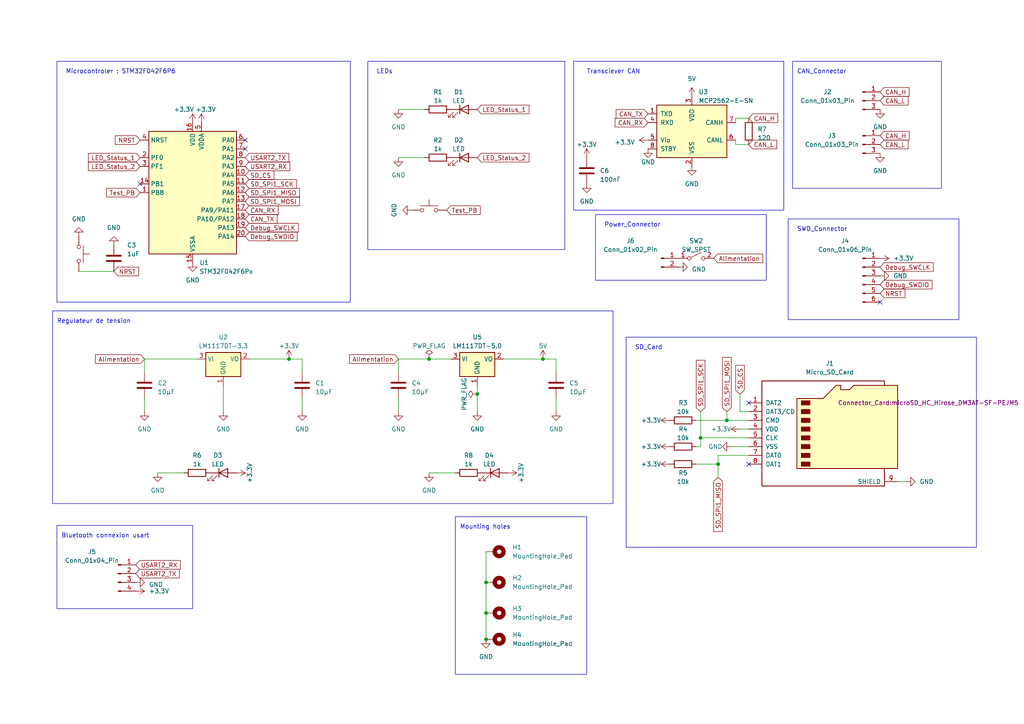
<source format=kicad_sch>
(kicad_sch (version 20250114) (generator "eeschema") (generator_version "9.0")
  (paper "A4")
  (title_block (title "Datalogger_Projet1A") (date "2026-02-11") (rev "1.0") (company "ENSEA"))
  (lib_symbols
    (symbol "Connector:Conn_01x02_Pin" (pin_names (offset 1.016) (hide yes))
      (property "Reference" "J" (at 0 2.54 0))
      (property "Value" "Conn_01x02_Pin" (at 0 -5.08 0))
      (symbol "Conn_01x02_Pin_1_1"
        (rectangle (start 0.8636 0.127) (end 0 -0.127) (stroke (width 0.1524)) (fill (type outline)))
        (rectangle (start 0.8636 -2.413) (end 0 -2.667) (stroke (width 0.1524)) (fill (type outline)))
        (polyline (pts (xy 1.27 0) (xy 0.8636 0)) (stroke (width 0.1524)))
        (polyline (pts (xy 1.27 -2.54) (xy 0.8636 -2.54)) (stroke (width 0.1524)))
        (pin passive line (at 5.08 0 180) (length 3.81) (name "Pin_1") (number "1"))
        (pin passive line (at 5.08 -2.54 180) (length 3.81) (name "Pin_2") (number "2"))
      )
    )
    (symbol "Connector:Conn_01x03_Pin" (pin_names (offset 1.016) (hide yes))
      (property "Reference" "J" (at 0 5.08 0))
      (property "Value" "Conn_01x03_Pin" (at 0 -5.08 0))
      (symbol "Conn_01x03_Pin_1_1"
        (rectangle (start 0.8636 2.667) (end 0 2.413) (stroke (width 0.1524)) (fill (type outline)))
        (rectangle (start 0.8636 0.127) (end 0 -0.127) (stroke (width 0.1524)) (fill (type outline)))
        (rectangle (start 0.8636 -2.413) (end 0 -2.667) (stroke (width 0.1524)) (fill (type outline)))
        (polyline (pts (xy 1.27 2.54) (xy 0.8636 2.54)) (stroke (width 0.1524)))
        (polyline (pts (xy 1.27 0) (xy 0.8636 0)) (stroke (width 0.1524)))
        (polyline (pts (xy 1.27 -2.54) (xy 0.8636 -2.54)) (stroke (width 0.1524)))
        (pin passive line (at 5.08 2.54 180) (length 3.81) (name "Pin_1") (number "1"))
        (pin passive line (at 5.08 0 180) (length 3.81) (name "Pin_2") (number "2"))
        (pin passive line (at 5.08 -2.54 180) (length 3.81) (name "Pin_3") (number "3"))
      )
    )
    (symbol "Connector:Conn_01x04_Pin" (pin_names (offset 1.016) (hide yes))
      (property "Reference" "J" (at 0 5.08 0))
      (property "Value" "Conn_01x04_Pin" (at 0 -7.62 0))
      (symbol "Conn_01x04_Pin_1_1"
        (rectangle (start 0.8636 2.667) (end 0 2.413) (stroke (width 0.1524)) (fill (type outline)))
        (rectangle (start 0.8636 0.127) (end 0 -0.127) (stroke (width 0.1524)) (fill (type outline)))
        (rectangle (start 0.8636 -2.413) (end 0 -2.667) (stroke (width 0.1524)) (fill (type outline)))
        (rectangle (start 0.8636 -4.953) (end 0 -5.207) (stroke (width 0.1524)) (fill (type outline)))
        (polyline (pts (xy 1.27 2.54) (xy 0.8636 2.54)) (stroke (width 0.1524)))
        (polyline (pts (xy 1.27 0) (xy 0.8636 0)) (stroke (width 0.1524)))
        (polyline (pts (xy 1.27 -2.54) (xy 0.8636 -2.54)) (stroke (width 0.1524)))
        (polyline (pts (xy 1.27 -5.08) (xy 0.8636 -5.08)) (stroke (width 0.1524)))
        (pin passive line (at 5.08 2.54 180) (length 3.81) (name "Pin_1") (number "1"))
        (pin passive line (at 5.08 0 180) (length 3.81) (name "Pin_2") (number "2"))
        (pin passive line (at 5.08 -2.54 180) (length 3.81) (name "Pin_3") (number "3"))
        (pin passive line (at 5.08 -5.08 180) (length 3.81) (name "Pin_4") (number "4"))
      )
    )
    (symbol "Connector:Conn_01x06_Pin" (pin_names (offset 1.016) (hide yes))
      (property "Reference" "J" (at 0 7.62 0))
      (property "Value" "Conn_01x06_Pin" (at 0 -10.16 0))
      (symbol "Conn_01x06_Pin_1_1"
        (rectangle (start 0.8636 5.207) (end 0 4.953) (stroke (width 0.1524)) (fill (type outline)))
        (rectangle (start 0.8636 2.667) (end 0 2.413) (stroke (width 0.1524)) (fill (type outline)))
        (rectangle (start 0.8636 0.127) (end 0 -0.127) (stroke (width 0.1524)) (fill (type outline)))
        (rectangle (start 0.8636 -2.413) (end 0 -2.667) (stroke (width 0.1524)) (fill (type outline)))
        (rectangle (start 0.8636 -4.953) (end 0 -5.207) (stroke (width 0.1524)) (fill (type outline)))
        (rectangle (start 0.8636 -7.493) (end 0 -7.747) (stroke (width 0.1524)) (fill (type outline)))
        (polyline (pts (xy 1.27 5.08) (xy 0.8636 5.08)) (stroke (width 0.1524)))
        (polyline (pts (xy 1.27 2.54) (xy 0.8636 2.54)) (stroke (width 0.1524)))
        (polyline (pts (xy 1.27 0) (xy 0.8636 0)) (stroke (width 0.1524)))
        (polyline (pts (xy 1.27 -2.54) (xy 0.8636 -2.54)) (stroke (width 0.1524)))
        (polyline (pts (xy 1.27 -5.08) (xy 0.8636 -5.08)) (stroke (width 0.1524)))
        (polyline (pts (xy 1.27 -7.62) (xy 0.8636 -7.62)) (stroke (width 0.1524)))
        (pin passive line (at 5.08 5.08 180) (length 3.81) (name "Pin_1") (number "1"))
        (pin passive line (at 5.08 2.54 180) (length 3.81) (name "Pin_2") (number "2"))
        (pin passive line (at 5.08 0 180) (length 3.81) (name "Pin_3") (number "3"))
        (pin passive line (at 5.08 -2.54 180) (length 3.81) (name "Pin_4") (number "4"))
        (pin passive line (at 5.08 -5.08 180) (length 3.81) (name "Pin_5") (number "5"))
        (pin passive line (at 5.08 -7.62 180) (length 3.81) (name "Pin_6") (number "6"))
      )
    )
    (symbol "Connector:Micro_SD_Card" (pin_names (offset 1.016))
      (property "Reference" "J" (at -16.51 15.24 0))
      (property "Value" "Micro_SD_Card" (at 16.51 15.24 0))
      (symbol "Micro_SD_Card_0_1"
        (polyline (pts (xy -8.89 -11.43) (xy -8.89 8.89) (xy -1.27 8.89) (xy 2.54 12.7) (xy 3.81 12.7) (xy 3.81 11.43) (xy 6.35 11.43) (xy 7.62 12.7) (xy 20.32 12.7) (xy 20.32 -11.43) (xy -8.89 -11.43)) (stroke (width 0.254)) (fill (type background)))
        (rectangle (start -7.62 8.255) (end -5.08 6.985) (fill (type outline)))
        (rectangle (start -7.62 5.715) (end -5.08 4.445) (fill (type outline)))
        (rectangle (start -7.62 3.175) (end -5.08 1.905) (fill (type outline)))
        (rectangle (start -7.62 0.635) (end -5.08 -0.635) (fill (type outline)))
        (rectangle (start -7.62 -1.905) (end -5.08 -3.175) (fill (type outline)))
        (rectangle (start -7.62 -4.445) (end -5.08 -5.715) (fill (type outline)))
        (rectangle (start -7.62 -6.985) (end -5.08 -8.255) (fill (type outline)))
        (rectangle (start -7.62 -9.525) (end -5.08 -10.795) (fill (type outline)))
        (polyline (pts (xy 16.51 12.7) (xy 16.51 13.97) (xy -19.05 13.97) (xy -19.05 -16.51) (xy 16.51 -16.51) (xy 16.51 -11.43)) (stroke (width 0.254)))
      )
      (symbol "Micro_SD_Card_1_1"
        (pin bidirectional line (at -22.86 7.62 0) (length 3.81) (name "DAT2") (number "1"))
        (pin bidirectional line (at -22.86 5.08 0) (length 3.81) (name "DAT3/CD") (number "2"))
        (pin input line (at -22.86 2.54 0) (length 3.81) (name "CMD") (number "3"))
        (pin power_in line (at -22.86 0 0) (length 3.81) (name "VDD") (number "4"))
        (pin input line (at -22.86 -2.54 0) (length 3.81) (name "CLK") (number "5"))
        (pin power_in line (at -22.86 -5.08 0) (length 3.81) (name "VSS") (number "6"))
        (pin bidirectional line (at -22.86 -7.62 0) (length 3.81) (name "DAT0") (number "7"))
        (pin bidirectional line (at -22.86 -10.16 0) (length 3.81) (name "DAT1") (number "8"))
        (pin passive line (at 20.32 -15.24 180) (length 3.81) (name "SHIELD") (number "9"))
      )
    )
    (symbol "Device:C" (pin_numbers (hide yes)) (pin_names (offset 0.254))
      (property "Reference" "C" (at 0.635 2.54 0))
      (property "Value" "C" (at 0.635 -2.54 0))
      (symbol "C_0_1"
        (polyline (pts (xy -2.032 0.762) (xy 2.032 0.762)) (stroke (width 0.508)))
        (polyline (pts (xy -2.032 -0.762) (xy 2.032 -0.762)) (stroke (width 0.508)))
      )
      (symbol "C_1_1"
        (pin passive line (at 0 3.81 270) (length 2.794) (name "~") (number "1"))
        (pin passive line (at 0 -3.81 90) (length 2.794) (name "~") (number "2"))
      )
    )
    (symbol "Device:LED" (pin_numbers (hide yes)) (pin_names (offset 1.016) (hide yes))
      (property "Reference" "D" (at 0 2.54 0))
      (property "Value" "LED" (at 0 -2.54 0))
      (symbol "LED_0_1"
        (polyline (pts (xy -3.048 -0.762) (xy -4.572 -2.286) (xy -3.81 -2.286) (xy -4.572 -2.286) (xy -4.572 -1.524)))
        (polyline (pts (xy -1.778 -0.762) (xy -3.302 -2.286) (xy -2.54 -2.286) (xy -3.302 -2.286) (xy -3.302 -1.524)))
        (polyline (pts (xy -1.27 0) (xy 1.27 0)))
        (polyline (pts (xy -1.27 -1.27) (xy -1.27 1.27)) (stroke (width 0.254)))
        (polyline (pts (xy 1.27 -1.27) (xy 1.27 1.27) (xy -1.27 0) (xy 1.27 -1.27)) (stroke (width 0.254)))
      )
      (symbol "LED_1_1"
        (pin passive line (at -3.81 0 0) (length 2.54) (name "K") (number "1"))
        (pin passive line (at 3.81 0 180) (length 2.54) (name "A") (number "2"))
      )
    )
    (symbol "Device:R" (pin_numbers (hide yes)) (pin_names (offset 0))
      (property "Reference" "R" (at 2.032 0 90))
      (property "Value" "R" (at 0 0 90))
      (symbol "R_0_1"
        (rectangle (start -1.016 -2.54) (end 1.016 2.54) (stroke (width 0.254)))
      )
      (symbol "R_1_1"
        (pin passive line (at 0 3.81 270) (length 1.27) (name "~") (number "1"))
        (pin passive line (at 0 -3.81 90) (length 1.27) (name "~") (number "2"))
      )
    )
    (symbol "GND_1" (power) (pin_numbers (hide yes)) (pin_names (offset 0) (hide yes))
      (property "Value" "GND" (at 0 -3.81 0))
      (symbol "GND_1_0_1"
        (polyline (pts (xy 0 0) (xy 0 -1.27) (xy 1.27 -1.27) (xy 0 -2.54) (xy -1.27 -1.27) (xy 0 -1.27)))
      )
      (symbol "GND_1_1_1"
        (pin power_in line (at 0 0 270) (length 0) (name "~") (number "1"))
      )
    )
    (symbol "Interface_CAN_LIN:MCP2562-E-SN" (pin_names (offset 1.016))
      (property "Reference" "U" (at -10.16 8.89 0))
      (property "Value" "MCP2562-E-SN" (at 2.54 8.89 0))
      (symbol "MCP2562-E-SN_0_1"
        (rectangle (start -10.16 7.62) (end 10.16 -7.62) (stroke (width 0.254)) (fill (type background)))
      )
      (symbol "MCP2562-E-SN_1_1"
        (pin input line (at -12.7 5.08 0) (length 2.54) (name "TXD") (number "1"))
        (pin output line (at -12.7 2.54 0) (length 2.54) (name "RXD") (number "4"))
        (pin power_in line (at -12.7 -2.54 0) (length 2.54) (name "Vio") (number "5"))
        (pin input line (at -12.7 -5.08 0) (length 2.54) (name "STBY") (number "8"))
        (pin power_in line (at 0 10.16 270) (length 2.54) (name "VDD") (number "3"))
        (pin power_in line (at 0 -10.16 90) (length 2.54) (name "VSS") (number "2"))
        (pin bidirectional line (at 12.7 2.54 180) (length 2.54) (name "CANH") (number "7"))
        (pin bidirectional line (at 12.7 -2.54 180) (length 2.54) (name "CANL") (number "6"))
      )
    )
    (symbol "MCU_ST_STM32F0:STM32F042F6Px"
      (property "Reference" "U" (at -12.7 19.05 0))
      (property "Value" "STM32F042F6Px" (at 5.08 19.05 0))
      (symbol "STM32F042F6Px_0_1"
        (rectangle (start -12.7 -17.78) (end 12.7 17.78) (stroke (width 0.254)) (fill (type background)))
      )
      (symbol "STM32F042F6Px_1_1"
        (pin input line (at -15.24 15.24 0) (length 2.54) (name "NRST") (number "4"))
        (pin bidirectional line (at -15.24 10.16 0) (length 2.54) (name "PF0") (number "2"))
        (pin bidirectional line (at -15.24 7.62 0) (length 2.54) (name "PF1") (number "3"))
        (pin bidirectional line (at -15.24 2.54 0) (length 2.54) (name "PB1") (number "14"))
        (pin bidirectional line (at -15.24 0 0) (length 2.54) (name "PB8") (number "1"))
        (pin power_in line (at 0 20.32 270) (length 2.54) (name "VDD") (number "16"))
        (pin power_in line (at 0 -20.32 90) (length 2.54) (name "VSSA") (number "15"))
        (pin power_in line (at 2.54 20.32 270) (length 2.54) (name "VDDA") (number "5"))
        (pin bidirectional line (at 15.24 15.24 180) (length 2.54) (name "PA0") (number "6"))
        (pin bidirectional line (at 15.24 12.7 180) (length 2.54) (name "PA1") (number "7"))
        (pin bidirectional line (at 15.24 10.16 180) (length 2.54) (name "PA2") (number "8"))
        (pin bidirectional line (at 15.24 7.62 180) (length 2.54) (name "PA3") (number "9"))
        (pin bidirectional line (at 15.24 5.08 180) (length 2.54) (name "PA4") (number "10"))
        (pin bidirectional line (at 15.24 2.54 180) (length 2.54) (name "PA5") (number "11"))
        (pin bidirectional line (at 15.24 0 180) (length 2.54) (name "PA6") (number "12"))
        (pin bidirectional line (at 15.24 -2.54 180) (length 2.54) (name "PA7") (number "13"))
        (pin bidirectional line (at 15.24 -5.08 180) (length 2.54) (name "PA9/PA11") (number "17"))
        (pin bidirectional line (at 15.24 -7.62 180) (length 2.54) (name "PA10/PA12") (number "18"))
        (pin bidirectional line (at 15.24 -10.16 180) (length 2.54) (name "PA13") (number "19"))
        (pin bidirectional line (at 15.24 -12.7 180) (length 2.54) (name "PA14") (number "20"))
      )
    )
    (symbol "Mechanical:MountingHole_Pad" (pin_numbers (hide yes)) (pin_names (offset 1.016) (hide yes))
      (property "Reference" "H" (at 0 6.35 0))
      (property "Value" "MountingHole_Pad" (at 0 4.445 0))
      (symbol "MountingHole_Pad_0_1"
        (circle (center 0 1.27) (radius 1.27) (stroke (width 1.27)))
      )
      (symbol "MountingHole_Pad_1_1"
        (pin input line (at 0 -2.54 90) (length 2.54) (name "1") (number "1"))
      )
    )
    (symbol "Regulator_Linear:LM1117DT-3.3"
      (property "Reference" "U" (at -3.81 3.175 0))
      (property "Value" "LM1117DT-3.3" (at 0 3.175 0))
      (symbol "LM1117DT-3.3_0_1"
        (rectangle (start -5.08 -5.08) (end 5.08 1.905) (stroke (width 0.254)) (fill (type background)))
      )
      (symbol "LM1117DT-3.3_1_1"
        (pin power_in line (at -7.62 0 0) (length 2.54) (name "VI") (number "3"))
        (pin power_in line (at 0 -7.62 90) (length 2.54) (name "GND") (number "1"))
        (pin power_out line (at 7.62 0 180) (length 2.54) (name "VO") (number "2"))
      )
    )
    (symbol "Regulator_Linear:LM1117DT-5.0"
      (property "Reference" "U" (at -3.81 3.175 0))
      (property "Value" "LM1117DT-5.0" (at 0 3.175 0))
      (symbol "LM1117DT-5.0_0_1"
        (rectangle (start -5.08 -5.08) (end 5.08 1.905) (stroke (width 0.254)) (fill (type background)))
      )
      (symbol "LM1117DT-5.0_1_1"
        (pin power_in line (at -7.62 0 0) (length 2.54) (name "VI") (number "3"))
        (pin power_in line (at 0 -7.62 90) (length 2.54) (name "GND") (number "1"))
        (pin power_out line (at 7.62 0 180) (length 2.54) (name "VO") (number "2"))
      )
    )
    (symbol "Switch:SW_Push" (pin_numbers (hide yes)) (pin_names (offset 1.016) (hide yes))
      (property "Reference" "SW" (at 1.27 2.54 0))
      (property "Value" "SW_Push" (at 0 -1.524 0))
      (symbol "SW_Push_0_1"
        (circle (center -2.032 0) (radius 0.508))
        (polyline (pts (xy 0 1.27) (xy 0 3.048)))
        (circle (center 2.032 0) (radius 0.508))
        (polyline (pts (xy 2.54 1.27) (xy -2.54 1.27)))
        (pin passive line (at -5.08 0 0) (length 2.54) (name "1") (number "1"))
        (pin passive line (at 5.08 0 180) (length 2.54) (name "2") (number "2"))
      )
    )
    (symbol "Switch:SW_SPST" (pin_names (offset 0) (hide yes))
      (property "Reference" "SW" (at 0 3.175 0))
      (property "Value" "SW_SPST" (at 0 -2.54 0))
      (symbol "SW_SPST_0_0"
        (circle (center -2.032 0) (radius 0.508))
        (polyline (pts (xy -1.524 0.254) (xy 1.524 1.778)))
        (circle (center 2.032 0) (radius 0.508))
      )
      (symbol "SW_SPST_1_1"
        (pin passive line (at -5.08 0 0) (length 2.54) (name "A") (number "1"))
        (pin passive line (at 5.08 0 180) (length 2.54) (name "B") (number "2"))
      )
    )
    (symbol "power:+3.3V" (power) (pin_names (offset 0))
      (property "Value" "+3.3V" (at 0 3.556 0))
      (symbol "+3.3V_0_1"
        (polyline (pts (xy -0.762 1.27) (xy 0 2.54)))
        (polyline (pts (xy 0 2.54) (xy 0.762 1.27)))
        (polyline (pts (xy 0 0) (xy 0 2.54)))
      )
      (symbol "+3.3V_1_1"
        (pin power_in line (at 0 0 90) (length 0) (hide yes) (name "+3.3V") (number "1"))
      )
    )
    (symbol "power:GND" (power) (pin_names (offset 0))
      (property "Value" "GND" (at 0 -3.81 0))
      (symbol "GND_0_1"
        (polyline (pts (xy 0 0) (xy 0 -1.27) (xy 1.27 -1.27) (xy 0 -2.54) (xy -1.27 -1.27) (xy 0 -1.27)))
      )
      (symbol "GND_1_1"
        (pin power_in line (at 0 0 270) (length 0) (hide yes) (name "GND") (number "1"))
      )
    )
    (symbol "power:PWR_FLAG" (power) (pin_numbers (hide yes)) (pin_names (offset 0) (hide yes))
      (property "Value" "PWR_FLAG" (at 0 3.81 0))
      (symbol "PWR_FLAG_0_0"
        (pin power_out line (at 0 0 90) (length 0) (name "pwr") (number "1"))
      )
      (symbol "PWR_FLAG_0_1"
        (polyline (pts (xy 0 0) (xy 0 1.27) (xy -1.016 1.905) (xy 0 2.54) (xy 1.016 1.905) (xy 0 1.27)))
      )
    )
  )
  (rectangle (start 181.61 97.79) (end 283.21 158.75))
  (rectangle (start 106.68 17.78) (end 163.83 72.39))
  (rectangle (start 132.08 149.86) (end 170.18 195.58))
  (rectangle (start 16.51 17.78) (end 101.6 87.63))
  (rectangle (start 229.87 17.78) (end 273.05 54.61))
  (rectangle (start 228.6 63.5) (end 278.13 92.71))
  (rectangle (start 166.37 17.78) (end 227.33 60.96))
  (rectangle (start 15.24 90.17) (end 177.8 146.05))
  (rectangle (start 16.51 152.4) (end 55.88 176.53))
  (rectangle (start 172.72 62.23) (end 222.25 81.28))
  (text "Mounting holes\n" (at 133.35 153.67 0) (effects (font (size 1.27 1.27)) (justify left bottom)))
  (text "CAN_Connector\n" (at 231.14 21.59 0) (effects (font (size 1.27 1.27)) (justify left bottom)))
  (text "SD_Card\n" (at 184.15 101.6 0) (effects (font (size 1.27 1.27)) (justify left bottom)))
  (text "Power_Connector\n" (at 175.26 66.04 0) (effects (font (size 1.27 1.27)) (justify left bottom)))
  (text "Transciever CAN\n" (at 170.18 21.59 0) (effects (font (size 1.27 1.27)) (justify left bottom)))
  (text "LEDs\n" (at 109.22 21.59 0) (effects (font (size 1.27 1.27)) (justify left bottom)))
  (text "Regulateur de tension\n" (at 16.51 93.98 0) (effects (font (size 1.27 1.27)) (justify left bottom)))
  (text "Bluetooth connexion usart" (at 17.78 156.21 0) (effects (font (size 1.27 1.27)) (justify left bottom)))
  (text "SWD_Connector\n" (at 231.14 67.31 0) (effects (font (size 1.27 1.27)) (justify left bottom)))
  (text "Microcontroler : STM32F042F6P6" (at 19.05 21.59 0) (effects (font (size 1.27 1.27)) (justify left bottom)))
  (junction (at 140.97 168.91))
  (junction (at 157.48 104.14))
  (junction (at 83.82 104.14))
  (junction (at 124.46 104.14))
  (junction (at 203.2 127))
  (junction (at 208.28 134.62))
  (junction (at 140.97 177.8))
  (junction (at 210.82 121.92))
  (junction (at 140.97 185.42))
  (junction (at 138.43 114.3))
  (no_connect (at 71.12 43.18))
  (no_connect (at 217.17 134.62))
  (no_connect (at 40.64 53.34))
  (no_connect (at 255.27 87.63))
  (no_connect (at 217.17 116.84))
  (no_connect (at 71.12 40.64))
  (wire (pts (xy 146.05 104.14) (xy 157.48 104.14)))
  (wire (pts (xy 213.36 34.29) (xy 213.36 35.56)))
  (wire (pts (xy 115.57 104.14) (xy 124.46 104.14)))
  (wire (pts (xy 124.46 104.14) (xy 130.81 104.14)))
  (wire (pts (xy 203.2 127) (xy 203.2 129.54)))
  (wire (pts (xy 124.46 137.16) (xy 132.08 137.16)))
  (wire (pts (xy 201.93 121.92) (xy 210.82 121.92)))
  (wire (pts (xy 41.91 107.95) (xy 41.91 104.14)))
  (wire (pts (xy 213.36 40.64) (xy 213.36 41.91)))
  (wire (pts (xy 161.29 119.38) (xy 161.29 115.57)))
  (wire (pts (xy 140.97 168.91) (xy 140.97 177.8)))
  (wire (pts (xy 64.77 111.76) (xy 64.77 119.38)))
  (wire (pts (xy 115.57 31.75) (xy 123.19 31.75)))
  (wire (pts (xy 41.91 104.14) (xy 57.15 104.14)))
  (wire (pts (xy 201.93 134.62) (xy 208.28 134.62)))
  (wire (pts (xy 208.28 134.62) (xy 208.28 138.43)))
  (wire (pts (xy 210.82 119.38) (xy 210.82 121.92)))
  (wire (pts (xy 115.57 45.72) (xy 123.19 45.72)))
  (wire (pts (xy 214.63 119.38) (xy 214.63 114.3)))
  (wire (pts (xy 161.29 107.95) (xy 161.29 104.14)))
  (wire (pts (xy 138.43 114.3) (xy 138.43 119.38)))
  (wire (pts (xy 115.57 119.38) (xy 115.57 115.57)))
  (wire (pts (xy 213.36 41.91) (xy 217.17 41.91)))
  (wire (pts (xy 217.17 129.54) (xy 212.09 129.54)))
  (wire (pts (xy 260.35 139.7) (xy 262.89 139.7)))
  (wire (pts (xy 140.97 160.02) (xy 140.97 168.91)))
  (wire (pts (xy 87.63 119.38) (xy 87.63 115.57)))
  (wire (pts (xy 87.63 107.95) (xy 87.63 104.14)))
  (wire (pts (xy 22.86 78.74) (xy 33.02 78.74)))
  (wire (pts (xy 72.39 104.14) (xy 83.82 104.14)))
  (wire (pts (xy 217.17 132.08) (xy 208.28 132.08)))
  (wire (pts (xy 138.43 111.76) (xy 138.43 114.3)))
  (wire (pts (xy 208.28 132.08) (xy 208.28 134.62)))
  (wire (pts (xy 41.91 119.38) (xy 41.91 115.57)))
  (wire (pts (xy 214.63 124.46) (xy 217.17 124.46)))
  (wire (pts (xy 203.2 119.38) (xy 203.2 127)))
  (wire (pts (xy 201.93 129.54) (xy 203.2 129.54)))
  (wire (pts (xy 45.72 137.16) (xy 53.34 137.16)))
  (wire (pts (xy 217.17 119.38) (xy 214.63 119.38)))
  (wire (pts (xy 115.57 107.95) (xy 115.57 104.14)))
  (wire (pts (xy 87.63 104.14) (xy 83.82 104.14)))
  (wire (pts (xy 217.17 34.29) (xy 213.36 34.29)))
  (wire (pts (xy 140.97 177.8) (xy 140.97 185.42)))
  (wire (pts (xy 210.82 121.92) (xy 217.17 121.92)))
  (wire (pts (xy 161.29 104.14) (xy 157.48 104.14)))
  (wire (pts (xy 203.2 127) (xy 217.17 127)))
  (global_label "LED_Status_1" (shape input) (at 138.43 31.75 0) (property "Intersheetrefs" "${INTERSHEET_REFS}" (effects (hide yes))))
  (global_label "CAN_L" (shape input) (at 255.27 41.91 0) (property "Intersheetrefs" "${INTERSHEET_REFS}" (effects (hide yes))))
  (global_label "NRST" (shape input) (at 40.64 40.64 180) (property "Intersheetrefs" "${INTERSHEET_REFS}" (effects (hide yes))))
  (global_label "CAN_TX" (shape input) (at 71.12 63.5 0) (property "Intersheetrefs" "${INTERSHEET_REFS}" (effects (hide yes))))
  (global_label "CAN_L" (shape input) (at 255.27 29.21 0) (property "Intersheetrefs" "${INTERSHEET_REFS}" (effects (hide yes))))
  (global_label "CAN_H" (shape input) (at 255.27 39.37 0) (property "Intersheetrefs" "${INTERSHEET_REFS}" (effects (hide yes))))
  (global_label "SD_SPI1_MOSI" (shape input) (at 210.82 119.38 90) (property "Intersheetrefs" "${INTERSHEET_REFS}" (effects (hide yes))))
  (global_label "Test_PB" (shape input) (at 129.54 60.96 0) (property "Intersheetrefs" "${INTERSHEET_REFS}" (effects (hide yes))))
  (global_label "USART2_RX" (shape input) (at 39.37 163.83 0) (property "Intersheetrefs" "${INTERSHEET_REFS}" (effects (hide yes))))
  (global_label "SD_SPI1_MOSI" (shape input) (at 71.12 58.42 0) (property "Intersheetrefs" "${INTERSHEET_REFS}" (effects (hide yes))))
  (global_label "LED_Status_2" (shape input) (at 138.43 45.72 0) (property "Intersheetrefs" "${INTERSHEET_REFS}" (effects (hide yes))))
  (global_label "SD_CS" (shape input) (at 214.63 114.3 90) (property "Intersheetrefs" "${INTERSHEET_REFS}" (effects (hide yes))))
  (global_label "Debug_SWCLK" (shape input) (at 255.27 77.47 0) (property "Intersheetrefs" "${INTERSHEET_REFS}" (effects (hide yes))))
  (global_label "SD_SPI1_SCK" (shape input) (at 203.2 119.38 90) (property "Intersheetrefs" "${INTERSHEET_REFS}" (effects (hide yes))))
  (global_label "CAN_RX" (shape input) (at 71.12 60.96 0) (property "Intersheetrefs" "${INTERSHEET_REFS}" (effects (hide yes))))
  (global_label "CAN_RX" (shape input) (at 187.96 35.56 180) (property "Intersheetrefs" "${INTERSHEET_REFS}" (effects (hide yes))))
  (global_label "Debug_SWCLK" (shape input) (at 71.12 66.04 0) (property "Intersheetrefs" "${INTERSHEET_REFS}" (effects (hide yes))))
  (global_label "NRST" (shape input) (at 255.27 85.09 0) (property "Intersheetrefs" "${INTERSHEET_REFS}" (effects (hide yes))))
  (global_label "SD_SPI1_MISO" (shape input) (at 71.12 55.88 0) (property "Intersheetrefs" "${INTERSHEET_REFS}" (effects (hide yes))))
  (global_label "NRST" (shape input) (at 33.02 78.74 0) (property "Intersheetrefs" "${INTERSHEET_REFS}" (effects (hide yes))))
  (global_label "SD_SPI1_SCK" (shape input) (at 71.12 53.34 0) (property "Intersheetrefs" "${INTERSHEET_REFS}" (effects (hide yes))))
  (global_label "Debug_SWDIO" (shape input) (at 71.12 68.58 0) (property "Intersheetrefs" "${INTERSHEET_REFS}" (effects (hide yes))))
  (global_label "LED_Status_2" (shape input) (at 40.64 48.26 180) (property "Intersheetrefs" "${INTERSHEET_REFS}" (effects (hide yes))))
  (global_label "SD_CS" (shape input) (at 71.12 50.8 0) (property "Intersheetrefs" "${INTERSHEET_REFS}" (effects (hide yes))))
  (global_label "LED_Status_1" (shape input) (at 40.64 45.72 180) (property "Intersheetrefs" "${INTERSHEET_REFS}" (effects (hide yes))))
  (global_label "CAN_H" (shape input) (at 255.27 26.67 0) (property "Intersheetrefs" "${INTERSHEET_REFS}" (effects (hide yes))))
  (global_label "Debug_SWDIO" (shape input) (at 255.27 82.55 0) (property "Intersheetrefs" "${INTERSHEET_REFS}" (effects (hide yes))))
  (global_label "SD_SPI1_MISO" (shape input) (at 208.28 138.43 270) (property "Intersheetrefs" "${INTERSHEET_REFS}" (effects (hide yes))))
  (global_label "Alimentation" (shape input) (at 207.01 74.93 0) (property "Intersheetrefs" "${INTERSHEET_REFS}" (effects (hide yes))))
  (global_label "Alimentation" (shape input) (at 115.57 104.14 180) (property "Intersheetrefs" "${INTERSHEET_REFS}" (effects (hide yes))))
  (global_label "USART2_TX" (shape input) (at 39.37 166.37 0) (property "Intersheetrefs" "${INTERSHEET_REFS}" (effects (hide yes))))
  (global_label "USART2_RX" (shape input) (at 71.12 48.26 0) (property "Intersheetrefs" "${INTERSHEET_REFS}" (effects (hide yes))))
  (global_label "CAN_H" (shape input) (at 217.17 34.29 0) (property "Intersheetrefs" "${INTERSHEET_REFS}" (effects (hide yes))))
  (global_label "USART2_TX" (shape input) (at 71.12 45.72 0) (property "Intersheetrefs" "${INTERSHEET_REFS}" (effects (hide yes))))
  (global_label "CAN_L" (shape input) (at 217.17 41.91 0) (property "Intersheetrefs" "${INTERSHEET_REFS}" (effects (hide yes))))
  (global_label "CAN_TX" (shape input) (at 187.96 33.02 180) (property "Intersheetrefs" "${INTERSHEET_REFS}" (effects (hide yes))))
  (global_label "Test_PB" (shape input) (at 40.64 55.88 180) (property "Intersheetrefs" "${INTERSHEET_REFS}" (effects (hide yes))))
  (global_label "Alimentation" (shape input) (at 41.91 104.14 180) (property "Intersheetrefs" "${INTERSHEET_REFS}" (effects (hide yes))))
  (symbol (lib_id "power:GND") (at 115.57 45.72 0) (unit 1)
    (property "Reference" "#PWR07" (effects (hide yes)))
    (property "Value" "GND" (at 115.57 50.8 0))
  )
  (symbol (lib_id "power:+3.3V") (at 68.58 137.16 270) (unit 1)
    (property "Reference" "#PWR031" (effects (hide yes)))
    (property "Value" "+3.3V" (at 72.39 137.16 0))
  )
  (symbol (lib_id "power:GND") (at 255.27 31.75 0) (unit 1)
    (property "Reference" "#PWR017" (effects (hide yes)))
    (property "Value" "GND" (at 255.27 36.83 0))
  )
  (symbol (lib_id "power:GND") (at 187.96 43.18 0) (unit 1)
    (property "Reference" "#PWR022" (effects (hide yes)))
    (property "Value" "GND" (at 187.96 46.99 0))
  )
  (symbol (lib_id "power:GND") (at 124.46 137.16 0) (unit 1)
    (property "Reference" "#PWR038" (effects (hide yes)))
    (property "Value" "GND" (at 124.46 142.24 0))
  )
  (symbol (lib_id "Device:R") (at 198.12 129.54 270) (unit 1)
    (property "Reference" "R4" (at 198.12 124.46 90))
    (property "Value" "10k" (at 198.12 127 90))
    (property "Footprint" "Resistor_SMD:R_0603_1608Metric_Pad0.98x0.95mm_HandSolder" (effects (hide yes)))
  )
  (symbol (lib_id "power:+3.3V") (at 187.96 40.64 90) (unit 1)
    (property "Reference" "#PWR021" (effects (hide yes)))
    (property "Value" "+3.3V" (at 184.15 41.275 90) (effects (justify left)))
  )
  (symbol (lib_id "Mechanical:MountingHole_Pad") (at 143.51 160.02 270) (unit 1)
    (property "Reference" "H1" (at 148.59 158.75 90) (effects (justify left)))
    (property "Value" "MountingHole_Pad" (at 148.59 161.29 90) (effects (justify left)))
    (property "Footprint" "MountingHole:MountingHole_3.2mm_M3_DIN965_Pad" (effects (hide yes)))
  )
  (symbol (lib_id "power:+3.3V") (at 200.66 27.94 0) (unit 1)
    (property "Reference" "#PWR020" (effects (hide yes)))
    (property "Value" "5V" (at 199.39 22.86 0) (effects (justify left)))
  )
  (symbol (lib_id "power:GND") (at 140.97 185.42 0) (unit 1)
    (property "Reference" "#PWR016" (effects (hide yes)))
    (property "Value" "GND" (at 140.97 190.5 0))
  )
  (symbol (lib_id "power:+3.3V") (at 194.31 129.54 90) (unit 1)
    (property "Reference" "#PWR014" (effects (hide yes)))
    (property "Value" "+3.3V" (at 191.77 129.54 90) (effects (justify left)))
  )
  (symbol (lib_id "Device:LED") (at 134.62 45.72 0) (unit 1)
    (property "Reference" "D2" (at 133.0325 40.64 0))
    (property "Value" "LED" (at 133.0325 43.18 0))
    (property "Footprint" "Diode_SMD:D_0603_1608Metric_Pad1.05x0.95mm_HandSolder" (effects (hide yes)))
  )
  (symbol (lib_id "power:+3.3V") (at 157.48 104.14 0) (unit 1)
    (property "Reference" "#PWR036" (effects (hide yes)))
    (property "Value" "5V" (at 157.48 100.33 0))
  )
  (symbol (lib_id "Device:R") (at 135.89 137.16 270) (unit 1)
    (property "Reference" "R8" (at 135.89 132.08 90))
    (property "Value" "1k" (at 135.89 134.62 90))
    (property "Footprint" "Resistor_SMD:R_0603_1608Metric_Pad0.98x0.95mm_HandSolder" (effects (hide yes)))
  )
  (symbol (lib_id "power:GND") (at 161.29 119.38 0) (unit 1)
    (property "Reference" "#PWR037" (effects (hide yes)))
    (property "Value" "GND" (at 161.29 124.46 0))
  )
  (symbol (lib_id "Connector:Conn_01x03_Pin") (at 250.19 29.21 0) (unit 1)
    (property "Reference" "J2" (at 240.03 26.67 0))
    (property "Value" "Conn_01x03_Pin" (at 240.03 29.21 0))
    (property "Footprint" "Connector:FanPinHeader_1x03_P2.54mm_Vertical" (effects (hide yes)))
  )
  (symbol (lib_id "Interface_CAN_LIN:MCP2562-E-SN") (at 200.66 38.1 0) (unit 1)
    (property "Reference" "U3" (at 202.6159 26.67 0) (effects (justify left)))
    (property "Value" "MCP2562-E-SN" (at 202.6159 29.21 0) (effects (justify left)))
    (property "Footprint" "Package_SO:SOIC-8_3.9x4.9mm_P1.27mm" (effects (hide yes)))
    (property "Datasheet" "http://ww1.microchip.com/downloads/en/DeviceDoc/25167A.pdf" (effects (hide yes)))
  )
  (symbol (lib_id "Device:R") (at 127 31.75 270) (unit 1)
    (property "Reference" "R1" (at 127 26.67 90))
    (property "Value" "1k" (at 127 29.21 90))
    (property "Footprint" "Resistor_SMD:R_0603_1608Metric_Pad0.98x0.95mm_HandSolder" (effects (hide yes)))
  )
  (symbol (lib_id "power:+3.3V") (at 255.27 74.93 270) (mirror x) (unit 1)
    (property "Reference" "#PWR026" (effects (hide yes)))
    (property "Value" "+3.3V" (at 259.08 74.93 90) (effects (justify left)))
  )
  (symbol (lib_id "power:+3.3V") (at 194.31 134.62 90) (unit 1)
    (property "Reference" "#PWR015" (effects (hide yes)))
    (property "Value" "+3.3V" (at 191.77 134.62 90) (effects (justify left)))
  )
  (symbol (lib_id "Connector:Micro_SD_Card") (at 240.03 124.46 0) (unit 1)
    (property "Reference" "J1" (at 240.665 105.41 0))
    (property "Value" "Micro_SD_Card" (at 240.665 107.95 0))
    (property "Footprint" "Connector_Card:microSD_HC_Hirose_DM3AT-SF-PEJM5" (at 269.24 116.84 0))
    (property "Datasheet" "https://www.we-online.com/components/products/datasheet/693072010801.pdf" (effects (hide yes)))
    (property "Description" "Micro SD Card Socket" (effects (hide yes)))
  )
  (symbol (lib_id "power:PWR_FLAG") (at 124.46 104.14 0) (unit 1)
    (property "Reference" "#FLG03" (effects (hide yes)))
    (property "Value" "PWR_FLAG" (at 124.46 100.33 0))
  )
  (symbol (lib_id "MCU_ST_STM32F0:STM32F042F6Px") (at 55.88 55.88 0) (unit 1)
    (property "Reference" "U1" (at 57.8359 76.2 0) (effects (justify left)))
    (property "Value" "STM32F042F6Px" (at 57.8359 78.74 0) (effects (justify left)))
    (property "Footprint" "Package_SO:TSSOP-20_4.4x6.5mm_P0.65mm" (effects (hide yes)))
    (property "Datasheet" "https://www.st.com/resource/en/datasheet/stm32f042f6.pdf" (effects (hide yes)))
  )
  (symbol (lib_id "power:GND") (at 196.85 77.47 90) (unit 1)
    (property "Reference" "#PWR027" (effects (hide yes)))
    (property "Value" "GND" (at 200.66 78.105 90) (effects (justify right)))
  )
  (symbol (lib_id "Switch:SW_Push") (at 124.46 60.96 0) (unit 1)
    (property "Reference" "SW3" (effects (hide yes)))
    (property "Value" "SW_Push" (effects (hide yes)))
    (property "Footprint" "Button_Switch_THT:SW_PUSH_6mm" (effects (hide yes)))
  )
  (symbol (lib_id "Connector:Conn_01x04_Pin") (at 34.29 166.37 0) (unit 1)
    (property "Reference" "J5" (at 26.67 160.02 0))
    (property "Value" "Conn_01x04_Pin" (at 26.67 162.56 0))
    (property "Footprint" "Connector:FanPinHeader_1x04_P2.54mm_Vertical" (effects (hide yes)))
  )
  (symbol (lib_id "Device:LED") (at 143.51 137.16 0) (unit 1)
    (property "Reference" "D4" (at 141.9225 132.08 0))
    (property "Value" "LED" (at 141.9225 134.62 0))
    (property "Footprint" "Diode_SMD:D_0603_1608Metric_Pad1.05x0.95mm_HandSolder" (effects (hide yes)))
  )
  (symbol (lib_id "power:+3.3V") (at 83.82 104.14 0) (unit 1)
    (property "Reference" "#PWR029" (effects (hide yes)))
    (property "Value" "+3.3V" (at 83.82 100.33 0))
  )
  (symbol (lib_id "power:GND") (at 255.27 80.01 90) (unit 1)
    (property "Reference" "#PWR025" (effects (hide yes)))
    (property "Value" "GND" (at 259.08 80.01 90) (effects (justify right)))
  )
  (symbol (lib_id "Device:C") (at 33.02 74.93 0) (unit 1)
    (property "Reference" "C3" (at 36.83 71.12 0) (effects (justify left)))
    (property "Value" "1uF" (at 36.83 73.66 0) (effects (justify left)))
    (property "Footprint" "Capacitor_SMD:C_0603_1608Metric_Pad1.08x0.95mm_HandSolder" (effects (hide yes)))
  )
  (symbol (lib_id "power:GND") (at 170.18 53.34 0) (unit 1)
    (property "Reference" "#PWR042" (effects (hide yes)))
    (property "Value" "GND" (at 170.18 58.42 0))
  )
  (symbol (lib_id "Device:C") (at 115.57 111.76 0) (unit 1)
    (property "Reference" "C4" (at 119.38 111.125 0) (effects (justify left)))
    (property "Value" "10µF" (at 119.38 113.665 0) (effects (justify left)))
    (property "Footprint" "Capacitor_SMD:C_0603_1608Metric_Pad1.08x0.95mm_HandSolder" (effects (hide yes)))
  )
  (symbol (lib_id "power:+3.3V") (at 170.18 45.72 0) (unit 1)
    (property "Reference" "#PWR041" (effects (hide yes)))
    (property "Value" "+3.3V" (at 170.18 41.91 0))
  )
  (symbol (lib_id "power:GND") (at 45.72 137.16 0) (unit 1)
    (property "Reference" "#PWR030" (effects (hide yes)))
    (property "Value" "GND" (at 45.72 142.24 0))
  )
  (symbol (lib_id "power:GND") (at 64.77 119.38 0) (unit 1)
    (property "Reference" "#PWR024" (effects (hide yes)))
    (property "Value" "GND" (at 64.77 124.46 0))
  )
  (symbol (lib_id "Switch:SW_SPST") (at 201.93 74.93 0) (unit 1)
    (property "Reference" "SW2" (at 201.93 69.85 0))
    (property "Value" "SW_SPST" (at 201.93 72.39 0))
    (property "Footprint" "Button_Switch_THT:SW_PUSH_6mm" (effects (hide yes)))
  )
  (symbol (lib_id "Device:R") (at 198.12 134.62 270) (unit 1)
    (property "Reference" "R5" (at 198.12 137.16 90))
    (property "Value" "10k" (at 198.12 139.7 90))
    (property "Footprint" "Resistor_SMD:R_0603_1608Metric_Pad0.98x0.95mm_HandSolder" (effects (hide yes)))
  )
  (symbol (lib_id "power:+3.3V") (at 194.31 121.92 90) (unit 1)
    (property "Reference" "#PWR013" (effects (hide yes)))
    (property "Value" "+3.3V" (at 191.77 121.92 90) (effects (justify left)))
  )
  (symbol (lib_id "Mechanical:MountingHole_Pad") (at 143.51 177.8 270) (unit 1)
    (property "Reference" "H3" (at 148.59 176.53 90) (effects (justify left)))
    (property "Value" "MountingHole_Pad" (at 148.59 179.07 90) (effects (justify left)))
    (property "Footprint" "MountingHole:MountingHole_3.2mm_M3_DIN965_Pad" (effects (hide yes)))
  )
  (symbol (lib_id "Regulator_Linear:LM1117DT-5.0") (at 138.43 104.14 0) (unit 1)
    (property "Reference" "U5" (at 138.43 97.79 0))
    (property "Value" "LM1117DT-5.0" (at 138.43 100.33 0))
    (property "Footprint" "Package_TO_SOT_SMD:TO-252-3_TabPin2" (effects (hide yes)))
    (property "Datasheet" "http://www.ti.com/lit/ds/symlink/lm1117.pdf" (effects (hide yes)))
  )
  (symbol (lib_id "power:GND") (at 200.66 48.26 0) (unit 1)
    (property "Reference" "#PWR019" (effects (hide yes)))
    (property "Value" "GND" (at 200.66 53.34 0))
  )
  (symbol (lib_id "power:GND") (at 255.27 44.45 0) (unit 1)
    (property "Reference" "#PWR018" (effects (hide yes)))
    (property "Value" "GND" (at 255.27 49.53 0))
  )
  (symbol (lib_id "Mechanical:MountingHole_Pad") (at 143.51 168.91 270) (unit 1)
    (property "Reference" "H2" (at 148.59 167.64 90) (effects (justify left)))
    (property "Value" "MountingHole_Pad" (at 148.59 170.18 90) (effects (justify left)))
    (property "Footprint" "MountingHole:MountingHole_3.2mm_M3_DIN965_Pad" (effects (hide yes)))
  )
  (symbol (lib_id "power:GND") (at 119.38 60.96 270) (unit 1)
    (property "Reference" "#PWR040" (effects (hide yes)))
    (property "Value" "GND" (at 114.3 60.96 0))
  )
  (symbol (lib_id "power:GND") (at 115.57 31.75 0) (unit 1)
    (property "Reference" "#PWR06" (effects (hide yes)))
    (property "Value" "GND" (at 115.57 36.83 0))
  )
  (symbol (lib_id "Device:C") (at 170.18 49.53 0) (unit 1)
    (property "Reference" "C6" (at 173.99 49.53 0) (effects (justify left)))
    (property "Value" "100nF" (at 173.99 52.07 0) (effects (justify left)))
    (property "Footprint" "Capacitor_SMD:C_0603_1608Metric_Pad1.08x0.95mm_HandSolder" (effects (hide yes)))
  )
  (symbol (lib_id "Device:R") (at 217.17 38.1 0) (unit 1)
    (property "Reference" "R7" (at 219.71 37.465 0) (effects (justify left)))
    (property "Value" "120" (at 219.71 40.005 0) (effects (justify left)))
    (property "Footprint" "Resistor_SMD:R_0603_1608Metric_Pad0.98x0.95mm_HandSolder" (effects (hide yes)))
  )
  (symbol (lib_id "Device:C") (at 87.63 111.76 0) (unit 1)
    (property "Reference" "C1" (at 91.44 111.125 0) (effects (justify left)))
    (property "Value" "10µF" (at 91.44 113.665 0) (effects (justify left)))
    (property "Footprint" "Capacitor_SMD:C_0603_1608Metric_Pad1.08x0.95mm_HandSolder" (effects (hide yes)))
  )
  (symbol (lib_id "power:GND") (at 39.37 168.91 90) (unit 1)
    (property "Reference" "#PWR032" (effects (hide yes)))
    (property "Value" "GND" (at 43.18 169.545 90) (effects (justify right)))
  )
  (symbol (lib_id "Device:R") (at 198.12 121.92 270) (unit 1)
    (property "Reference" "R3" (at 198.12 116.84 90))
    (property "Value" "10k" (at 198.12 119.38 90))
    (property "Footprint" "Resistor_SMD:R_0603_1608Metric_Pad0.98x0.95mm_HandSolder" (effects (hide yes)))
  )
  (symbol (lib_id "Device:C") (at 41.91 111.76 0) (unit 1)
    (property "Reference" "C2" (at 45.72 111.125 0) (effects (justify left)))
    (property "Value" "10µF" (at 45.72 113.665 0) (effects (justify left)))
    (property "Footprint" "Capacitor_SMD:C_0603_1608Metric_Pad1.08x0.95mm_HandSolder" (effects (hide yes)))
  )
  (symbol (lib_id "Device:LED") (at 64.77 137.16 0) (unit 1)
    (property "Reference" "D3" (at 63.1825 132.08 0))
    (property "Value" "LED" (at 63.1825 134.62 0))
    (property "Footprint" "Diode_SMD:D_0603_1608Metric_Pad1.05x0.95mm_HandSolder" (effects (hide yes)))
  )
  (symbol (lib_id "power:+3.3V") (at 214.63 124.46 90) (unit 1)
    (property "Reference" "#PWR09" (effects (hide yes)))
    (property "Value" "+3.3V" (at 212.09 124.46 90) (effects (justify left)))
  )
  (symbol (lib_id "power:GND") (at 22.86 68.58 180) (unit 1)
    (property "Reference" "#PWR05" (effects (hide yes)))
    (property "Value" "GND" (at 22.86 63.5 0))
  )
  (symbol (lib_id "Switch:SW_Push") (at 22.86 73.66 270) (unit 1)
    (property "Reference" "SW1" (effects (hide yes)))
    (property "Value" "SW_Push" (effects (hide yes)))
    (property "Footprint" "Button_Switch_THT:SW_PUSH_6mm" (effects (hide yes)))
  )
  (symbol (lib_id "power:GND") (at 55.88 76.2 0) (unit 1)
    (property "Reference" "#PWR03" (effects (hide yes)))
    (property "Value" "GND" (at 55.88 81.28 0))
  )
  (symbol (lib_id "power:GND") (at 87.63 119.38 0) (unit 1)
    (property "Reference" "#PWR023" (effects (hide yes)))
    (property "Value" "GND" (at 87.63 124.46 0))
  )
  (symbol (lib_id "Device:R") (at 127 45.72 270) (unit 1)
    (property "Reference" "R2" (at 127 40.64 90))
    (property "Value" "1k" (at 127 43.18 90))
    (property "Footprint" "Resistor_SMD:R_0603_1608Metric_Pad0.98x0.95mm_HandSolder" (effects (hide yes)))
  )
  (symbol (lib_id "power:+3.3V") (at 58.42 35.56 0) (unit 1)
    (property "Reference" "#PWR02" (effects (hide yes)))
    (property "Value" "+3.3V" (at 59.69 31.75 0))
  )
  (symbol (lib_id "power:GND") (at 41.91 119.38 0) (unit 1)
    (property "Reference" "#PWR028" (effects (hide yes)))
    (property "Value" "GND" (at 41.91 124.46 0))
  )
  (symbol (lib_name "GND_1") (lib_id "power:GND") (at 262.89 139.7 90) (unit 1)
    (property "Reference" "#PWR08" (effects (hide yes)))
    (property "Value" "GND" (at 266.7 139.6999 90) (effects (justify right)))
    (property "Description" "Power symbol creates a global label with name \"GND\" , ground" (effects (hide yes)))
  )
  (symbol (lib_id "Device:C") (at 161.29 111.76 0) (unit 1)
    (property "Reference" "C5" (at 165.1 111.125 0) (effects (justify left)))
    (property "Value" "10µF" (at 165.1 113.665 0) (effects (justify left)))
    (property "Footprint" "Capacitor_SMD:C_0603_1608Metric_Pad1.08x0.95mm_HandSolder" (effects (hide yes)))
  )
  (symbol (lib_id "Regulator_Linear:LM1117DT-3.3") (at 64.77 104.14 0) (unit 1)
    (property "Reference" "U2" (at 64.77 97.79 0))
    (property "Value" "LM1117DT-3.3" (at 64.77 100.33 0))
    (property "Footprint" "Package_TO_SOT_SMD:TO-252-3_TabPin2" (effects (hide yes)))
    (property "Datasheet" "http://www.ti.com/lit/ds/symlink/lm1117.pdf" (effects (hide yes)))
  )
  (symbol (lib_id "power:+3.3V") (at 39.37 171.45 270) (mirror x) (unit 1)
    (property "Reference" "#PWR033" (effects (hide yes)))
    (property "Value" "+3.3V" (at 43.18 171.45 90) (effects (justify left)))
  )
  (symbol (lib_id "power:+3.3V") (at 55.88 35.56 0) (unit 1)
    (property "Reference" "#PWR01" (effects (hide yes)))
    (property "Value" "+3.3V" (at 53.34 31.75 0))
  )
  (symbol (lib_id "Connector:Conn_01x02_Pin") (at 191.77 74.93 0) (unit 1)
    (property "Reference" "J6" (at 182.88 69.85 0))
    (property "Value" "Conn_01x02_Pin" (at 182.88 72.39 0))
    (property "Footprint" "Connector_JST:JST_XH_B2B-XH-A_1x02_P2.50mm_Vertical" (effects (hide yes)))
  )
  (symbol (lib_id "Connector:Conn_01x03_Pin") (at 250.19 41.91 0) (unit 1)
    (property "Reference" "J3" (at 241.3 39.37 0))
    (property "Value" "Conn_01x03_Pin" (at 241.3 41.91 0))
    (property "Footprint" "Connector:FanPinHeader_1x03_P2.54mm_Vertical" (effects (hide yes)))
  )
  (symbol (lib_id "power:GND") (at 115.57 119.38 0) (unit 1)
    (property "Reference" "#PWR034" (effects (hide yes)))
    (property "Value" "GND" (at 115.57 124.46 0))
  )
  (symbol (lib_id "power:PWR_FLAG") (at 138.43 114.3 90) (mirror x) (unit 1)
    (property "Reference" "#FLG05" (effects (hide yes)))
    (property "Value" "PWR_FLAG" (at 134.62 114.3 0))
  )
  (symbol (lib_id "Connector:Conn_01x06_Pin") (at 250.19 80.01 0) (unit 1)
    (property "Reference" "J4" (at 245.11 69.85 0))
    (property "Value" "Conn_01x06_Pin" (at 245.11 72.39 0))
    (property "Footprint" "Connector_PinHeader_2.54mm:PinHeader_1x06_P2.54mm_Vertical" (effects (hide yes)))
  )
  (symbol (lib_id "Device:R") (at 57.15 137.16 270) (unit 1)
    (property "Reference" "R6" (at 57.15 132.08 90))
    (property "Value" "1k" (at 57.15 134.62 90))
    (property "Footprint" "Resistor_SMD:R_0603_1608Metric_Pad0.98x0.95mm_HandSolder" (effects (hide yes)))
  )
  (symbol (lib_id "Device:LED") (at 134.62 31.75 0) (unit 1)
    (property "Reference" "D1" (at 133.0325 26.67 0))
    (property "Value" "LED" (at 133.0325 29.21 0))
    (property "Footprint" "Diode_SMD:D_0603_1608Metric_Pad1.05x0.95mm_HandSolder" (effects (hide yes)))
  )
  (symbol (lib_id "power:GND") (at 138.43 119.38 0) (unit 1)
    (property "Reference" "#PWR035" (effects (hide yes)))
    (property "Value" "GND" (at 138.43 124.46 0))
  )
  (symbol (lib_id "Mechanical:MountingHole_Pad") (at 143.51 185.42 270) (unit 1)
    (property "Reference" "H4" (at 148.59 184.15 90) (effects (justify left)))
    (property "Value" "MountingHole_Pad" (at 148.59 186.69 90) (effects (justify left)))
    (property "Footprint" "MountingHole:MountingHole_3.2mm_M3_DIN965_Pad" (effects (hide yes)))
  )
  (symbol (lib_id "power:GND") (at 212.09 129.54 270) (unit 1)
    (property "Reference" "#PWR010" (effects (hide yes)))
    (property "Value" "GND" (at 209.55 129.54 90) (effects (justify right)))
  )
  (symbol (lib_id "power:GND") (at 33.02 71.12 180) (unit 1)
    (property "Reference" "#PWR04" (effects (hide yes)))
    (property "Value" "GND" (at 33.02 66.04 0))
  )
  (symbol (lib_id "power:+3.3V") (at 147.32 137.16 270) (unit 1)
    (property "Reference" "#PWR039" (effects (hide yes)))
    (property "Value" "+3.3V" (at 151.13 137.16 0))
  )
)
</source>
